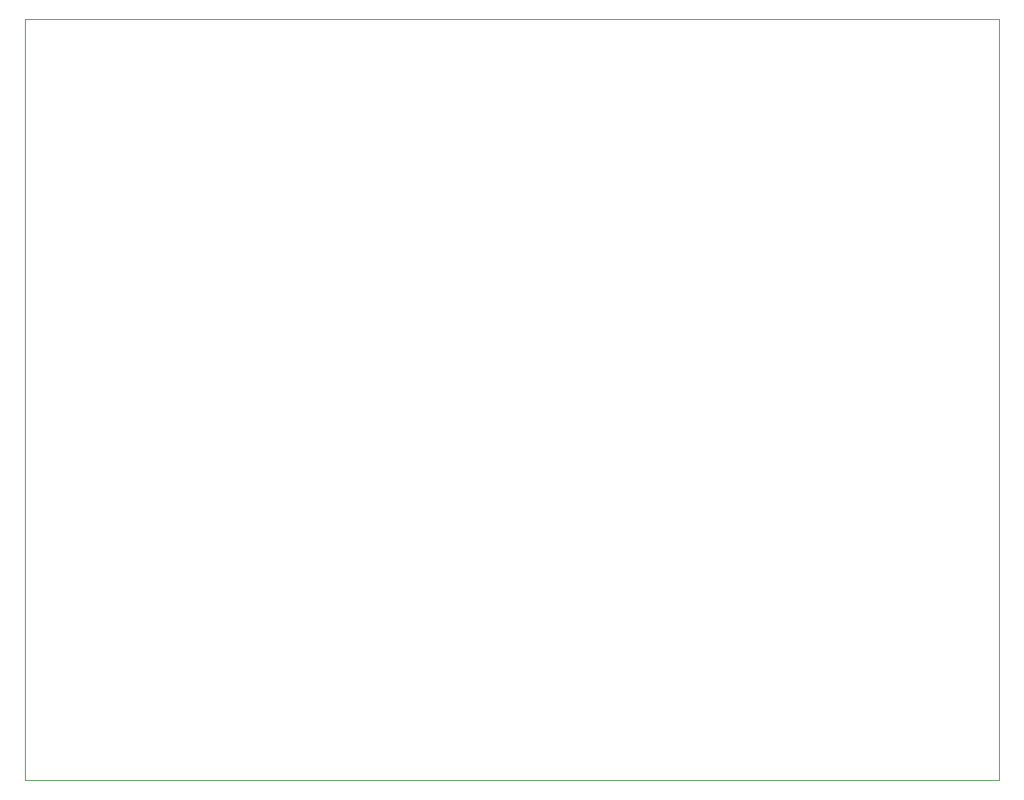
<source format=gbr>
%TF.GenerationSoftware,KiCad,Pcbnew,7.0.6-0*%
%TF.CreationDate,2024-01-17T10:16:55-05:00*%
%TF.ProjectId,SwitchingV3,53776974-6368-4696-9e67-56332e6b6963,rev?*%
%TF.SameCoordinates,Original*%
%TF.FileFunction,Profile,NP*%
%FSLAX46Y46*%
G04 Gerber Fmt 4.6, Leading zero omitted, Abs format (unit mm)*
G04 Created by KiCad (PCBNEW 7.0.6-0) date 2024-01-17 10:16:55*
%MOMM*%
%LPD*%
G01*
G04 APERTURE LIST*
%TA.AperFunction,Profile*%
%ADD10C,0.100000*%
%TD*%
G04 APERTURE END LIST*
D10*
X192659000Y-144272000D02*
X93599000Y-144272000D01*
X93599000Y-66802000D01*
X192659000Y-66802000D01*
X192659000Y-144272000D01*
M02*

</source>
